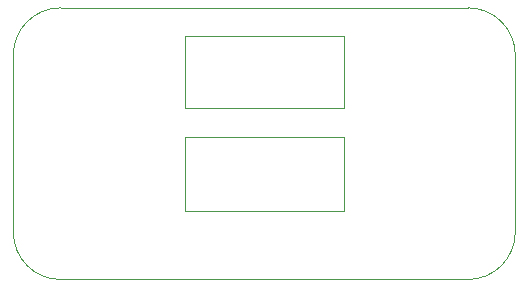
<source format=gbr>
%TF.GenerationSoftware,KiCad,Pcbnew,(6.0.6)*%
%TF.CreationDate,2022-08-23T20:39:58+01:00*%
%TF.ProjectId,rearcase,72656172-6361-4736-952e-6b696361645f,rev?*%
%TF.SameCoordinates,Original*%
%TF.FileFunction,Profile,NP*%
%FSLAX46Y46*%
G04 Gerber Fmt 4.6, Leading zero omitted, Abs format (unit mm)*
G04 Created by KiCad (PCBNEW (6.0.6)) date 2022-08-23 20:39:58*
%MOMM*%
%LPD*%
G01*
G04 APERTURE LIST*
%TA.AperFunction,Profile*%
%ADD10C,0.120000*%
%TD*%
G04 APERTURE END LIST*
D10*
%TO.C,REF\u002A\u002A*%
X136750000Y-86500000D02*
G75*
G03*
X132750000Y-90500000I0J-4000000D01*
G01*
X171250000Y-109500000D02*
G75*
G03*
X175250000Y-105500000I0J4000000D01*
G01*
X132750000Y-105500000D02*
G75*
G03*
X136750000Y-109500000I4000000J0D01*
G01*
X175250000Y-90500000D02*
G75*
G03*
X171250000Y-86500000I-4000000J0D01*
G01*
X136750000Y-86500000D02*
X171250000Y-86500000D01*
X147250000Y-95000000D02*
X160750000Y-95000000D01*
X147250000Y-97400000D02*
X147250000Y-103700000D01*
X175250000Y-105500000D02*
X175250000Y-90500000D01*
X132750000Y-105500000D02*
X132750000Y-90500000D01*
X160750000Y-97400000D02*
X160750000Y-103700000D01*
X171250000Y-109500000D02*
X136750000Y-109500000D01*
X147250000Y-103700000D02*
X160750000Y-103700000D01*
X160750000Y-95000000D02*
X160750000Y-88860000D01*
X147250000Y-97400000D02*
X160750000Y-97400000D01*
X147250000Y-88860000D02*
X160750000Y-88860000D01*
X147250000Y-88860000D02*
X147250000Y-95000000D01*
%TD*%
M02*

</source>
